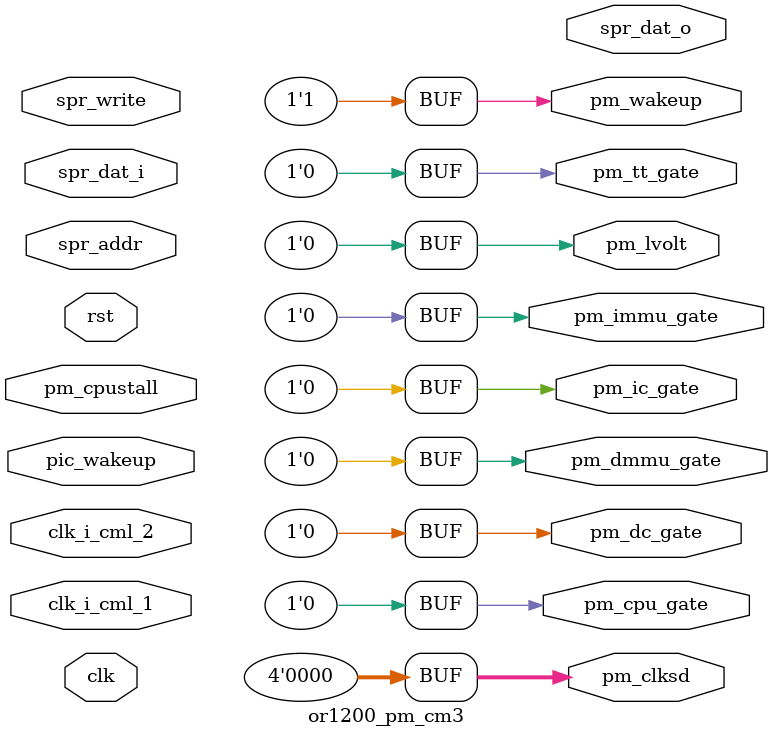
<source format=v>

`include "timescale.v"
// synopsys translate_on
`include "or1200_defines.v"

module or1200_pm_cm3(
		clk_i_cml_1,
		clk_i_cml_2,
		
	// RISC Internal Interface
	clk, rst, pic_wakeup, spr_write, spr_addr, spr_dat_i, spr_dat_o,
	
	// Power Management Interface
	pm_clksd, pm_cpustall, pm_dc_gate, pm_ic_gate, pm_dmmu_gate,
	pm_immu_gate, pm_tt_gate, pm_cpu_gate, pm_wakeup, pm_lvolt
);


input clk_i_cml_1;
input clk_i_cml_2;
reg  pic_wakeup_cml_2;
reg  spr_write_cml_2;
reg [ 31 : 0 ] spr_addr_cml_2;
reg [ 31 : 0 ] spr_addr_cml_1;
reg [ 31 : 0 ] spr_dat_i_cml_2;
reg [ 31 : 0 ] spr_dat_i_cml_1;
reg  pm_cpustall_cml_2;
reg  pm_cpustall_cml_1;
reg  pm_cpu_gate_cml_2;
reg [ 3 : 0 ] sdf_cml_2;
reg [ 3 : 0 ] sdf_cml_1;
reg  dme_cml_2;
reg  dme_cml_1;
reg  sme_cml_2;
reg  sme_cml_1;
reg  dcge_cml_2;
reg  dcge_cml_1;



//
// RISC Internal Interface
//
input		clk;		// Clock
input		rst;		// Reset
input		pic_wakeup;	// Wakeup from the PIC
input		spr_write;	// SPR Read/Write
input	[31:0]	spr_addr;	// SPR Address
input	[31:0]	spr_dat_i;	// SPR Write Data
output	[31:0]	spr_dat_o;	// SPR Read Data

//
// Power Management Interface
//
input		pm_cpustall;	// Stall the CPU
output	[3:0]	pm_clksd;	// Clock Slowdown factor
output		pm_dc_gate;	// Gate DCache clock
output		pm_ic_gate;	// Gate ICache clock
output		pm_dmmu_gate;	// Gate DMMU clock
output		pm_immu_gate;	// Gate IMMU clock
output		pm_tt_gate;	// Gate Tick Timer clock
output		pm_cpu_gate;	// Gate main RISC/CPU clock
output		pm_wakeup;	// Activate (de-gate) all clocks
output		pm_lvolt;	// Lower operating voltage

`ifdef OR1200_PM_IMPLEMENTED

//
// Power Management Register bits
//
reg	[3:0]	sdf;	// Slow-down factor
reg		dme;	// Doze Mode Enable
reg		sme;	// Sleep Mode Enable
reg		dcge;	// Dynamic Clock Gating Enable

//
// Internal wires
//
wire		pmr_sel; // PMR select

//
// PMR address decoder (partial decoder)
//
`ifdef OR1200_PM_PARTIAL_DECODING

// SynEDA CoreMultiplier
// assignment(s): pmr_sel
// replace(s): spr_addr
assign pmr_sel = (spr_addr_cml_2[`OR1200_SPR_GROUP_BITS] == `OR1200_SPRGRP_PM) ? 1'b1 : 1'b0;
`else
assign pmr_sel = ((spr_addr[`OR1200_SPR_GROUP_BITS] == `OR1200_SPRGRP_PM) &&
		  (spr_addr[`OR1200_SPR_OFS_BITS] == `OR1200_PM_OFS_PMR)) ? 1'b1 : 1'b0;
`endif

//
// Write to PMR and also PMR[DME]/PMR[SME] reset when
// pic_wakeup is asserted
//

// SynEDA CoreMultiplier
// assignment(s): sdf, dme, sme, dcge
// replace(s): spr_write, spr_dat_i, sdf, pic_wakeup, dme, sme, dcge
always @(posedge clk or posedge rst)
	if (rst)
		{dcge, sme, dme, sdf} <= 7'b0;
	else begin  dcge <= dcge_cml_2; sme <= sme_cml_2; dme <= dme_cml_2; sdf <= sdf_cml_2; if (pmr_sel && spr_write_cml_2) begin
		sdf <= #1 spr_dat_i_cml_2[`OR1200_PM_PMR_SDF];
		dme <= #1 spr_dat_i_cml_2[`OR1200_PM_PMR_DME];
		sme <= #1 spr_dat_i_cml_2[`OR1200_PM_PMR_SME];
		dcge <= #1 spr_dat_i_cml_2[`OR1200_PM_PMR_DCGE];
	end
	else if (pic_wakeup_cml_2) begin
		dme <= #1 1'b0;
		sme <= #1 1'b0;
	end end

//
// Read PMR
//
`ifdef OR1200_PM_READREGS
assign spr_dat_o[`OR1200_PM_PMR_SDF] = sdf_cml_1;
assign spr_dat_o[`OR1200_PM_PMR_DME] = dme_cml_1;
assign spr_dat_o[`OR1200_PM_PMR_SME] = sme_cml_1;
assign spr_dat_o[`OR1200_PM_PMR_DCGE] = dcge_cml_1;
`ifdef OR1200_PM_UNUSED_ZERO

// SynEDA CoreMultiplier
// assignment(s): spr_dat_o
// replace(s): sdf, dme, sme, dcge
assign spr_dat_o[`OR1200_PM_PMR_UNUSED] = 25'b0;
`endif
`endif

//
// Generate pm_clksd
//

// SynEDA CoreMultiplier
// assignment(s): pm_clksd
// replace(s): sdf
assign pm_clksd = sdf_cml_2;

//
// Statically generate all clock gate outputs
// TODO: add dynamic clock gating feature
//

// SynEDA CoreMultiplier
// assignment(s): pm_cpu_gate
// replace(s): dme, sme
assign pm_cpu_gate = (dme_cml_1 | sme_cml_1) & ~pic_wakeup;

// SynEDA CoreMultiplier
// assignment(s): pm_dc_gate
// replace(s): pm_cpu_gate
assign pm_dc_gate = pm_cpu_gate_cml_2;

// SynEDA CoreMultiplier
// assignment(s): pm_ic_gate
// replace(s): pm_cpu_gate
assign pm_ic_gate = pm_cpu_gate_cml_2;

// SynEDA CoreMultiplier
// assignment(s): pm_dmmu_gate
// replace(s): pm_cpu_gate
assign pm_dmmu_gate = pm_cpu_gate_cml_2;

// SynEDA CoreMultiplier
// assignment(s): pm_immu_gate
// replace(s): pm_cpu_gate
assign pm_immu_gate = pm_cpu_gate_cml_2;

// SynEDA CoreMultiplier
// assignment(s): pm_tt_gate
// replace(s): pic_wakeup, sme
assign pm_tt_gate = sme_cml_2 & ~pic_wakeup_cml_2;

//
// Assert pm_wakeup when pic_wakeup is asserted
//

// SynEDA CoreMultiplier
// assignment(s): pm_wakeup
// replace(s): pic_wakeup
assign pm_wakeup = pic_wakeup_cml_2;

//
// Assert pm_lvolt when pm_cpu_gate or pm_cpustall are asserted
//

// SynEDA CoreMultiplier
// assignment(s): pm_lvolt
// replace(s): pm_cpustall, pm_cpu_gate
assign pm_lvolt = pm_cpu_gate_cml_2 | pm_cpustall_cml_2;

`else

//
// When PM is not implemented, drive all outputs as would when PM is disabled
//
assign pm_clksd = 4'b0;
assign pm_cpu_gate = 1'b0;
assign pm_dc_gate = 1'b0;
assign pm_ic_gate = 1'b0;
assign pm_dmmu_gate = 1'b0;
assign pm_immu_gate = 1'b0;
assign pm_tt_gate = 1'b0;
assign pm_wakeup = 1'b1;
assign pm_lvolt = 1'b0;

//
// Read PMR
//
`ifdef OR1200_PM_READREGS
assign spr_dat_o[`OR1200_PM_PMR_SDF] = 4'b0;
assign spr_dat_o[`OR1200_PM_PMR_DME] = 1'b0;
assign spr_dat_o[`OR1200_PM_PMR_SME] = 1'b0;
assign spr_dat_o[`OR1200_PM_PMR_DCGE] = 1'b0;
`ifdef OR1200_PM_UNUSED_ZERO
assign spr_dat_o[`OR1200_PM_PMR_UNUSED] = 25'b0;
`endif
`endif

`endif


always @ (posedge clk_i_cml_1) begin
spr_addr_cml_1 <= spr_addr;
spr_dat_i_cml_1 <= spr_dat_i;
pm_cpustall_cml_1 <= pm_cpustall;
sdf_cml_1 <= sdf;
dme_cml_1 <= dme;
sme_cml_1 <= sme;
dcge_cml_1 <= dcge;
end
always @ (posedge clk_i_cml_2) begin
pic_wakeup_cml_2 <= pic_wakeup;
spr_write_cml_2 <= spr_write;
spr_addr_cml_2 <= spr_addr_cml_1;
spr_dat_i_cml_2 <= spr_dat_i_cml_1;
pm_cpustall_cml_2 <= pm_cpustall_cml_1;
pm_cpu_gate_cml_2 <= pm_cpu_gate;
sdf_cml_2 <= sdf_cml_1;
dme_cml_2 <= dme_cml_1;
sme_cml_2 <= sme_cml_1;
dcge_cml_2 <= dcge_cml_1;
end
endmodule


</source>
